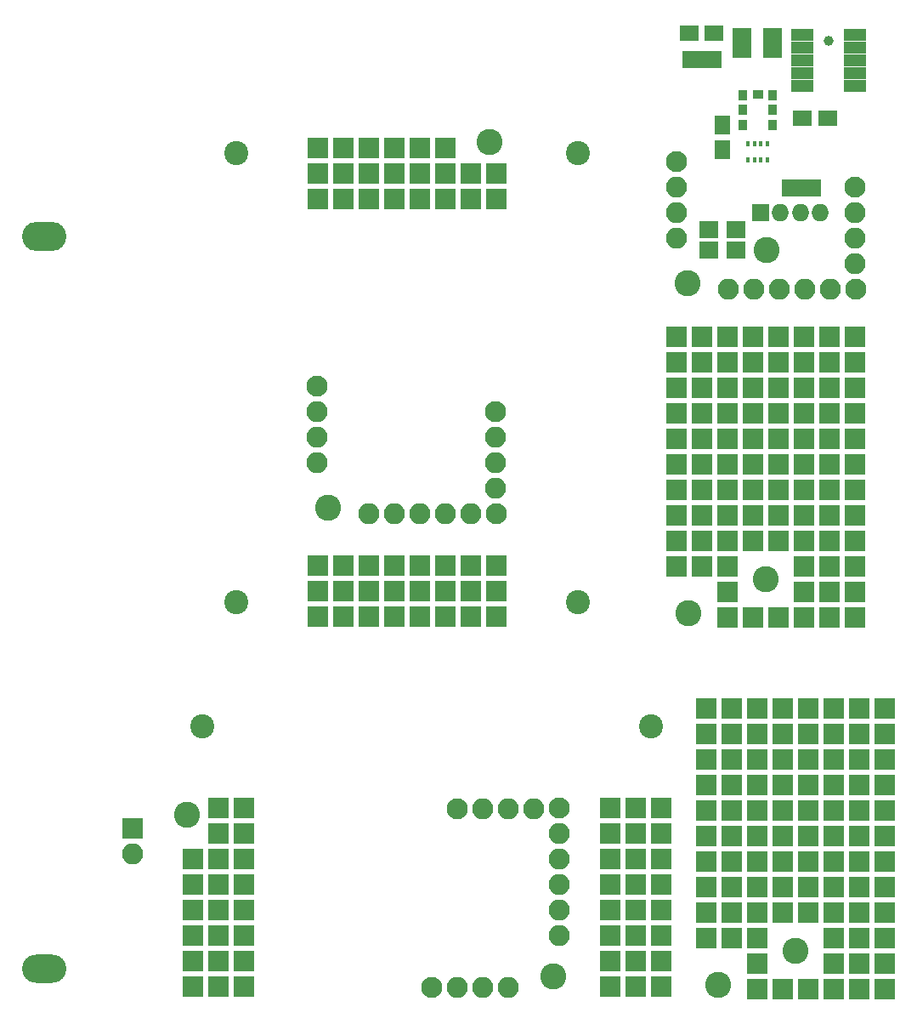
<source format=gts>
%MOIN*%
%OFA0B0*%
%FSLAX46Y46*%
%IPPOS*%
%LPD*%
%ADD10C,0.0039370078740157488*%
%ADD11R,0.082677165354330714X0.082677165354330714*%
%ADD12C,0.10236220472440946*%
%ADD23C,0.0039370078740157488*%
%ADD24R,0.082677165354330714X0.082677165354330714*%
%ADD25C,0.10236220472440946*%
%ADD36C,0.0039370078740157488*%
%ADD37C,0.10236220472440946*%
%ADD38R,0.082677165354330714X0.082677165354330714*%
%ADD39C,0.082677165354330714*%
%ADD40O,0.082677165354330714X0.082677165354330714*%
%ADD41C,0.094488188976377951*%
%ADD52C,0.0039370078740157488*%
%ADD53C,0.10236220472440946*%
%ADD54R,0.082677165354330714X0.082677165354330714*%
%ADD55C,0.082677165354330714*%
%ADD56O,0.082677165354330714X0.082677165354330714*%
%ADD57C,0.094488188976377951*%
%ADD68C,0.0039370078740157488*%
%ADD69O,0.17322834645669294X0.11023622047244094*%
%ADD70O,0.17322834645669294X0.1141732283464567*%
%ADD71R,0.082677165354330714X0.082677165354330714*%
%ADD72O,0.082677165354330714X0.082677165354330714*%
%ADD83C,0.0039370078740157488*%
%ADD84C,0.082677165354330714*%
%ADD85O,0.082677165354330714X0.082677165354330714*%
%ADD86C,0.10236220472440946*%
%ADD87R,0.074803149606299218X0.064960629921259838*%
%ADD88R,0.064960629921259838X0.074803149606299218*%
%ADD89R,0.053937007874015758X0.065748031496063*%
%ADD90R,0.074803149606299218X0.066929133858267723*%
%ADD91C,0.03937007874015748*%
%ADD92R,0.086614173228346469X0.047244094488188976*%
%ADD93R,0.074803149606299218X0.043307086614173235*%
%ADD94R,0.035433070866141732X0.03937007874015748*%
%ADD95R,0.03937007874015748X0.035433070866141732*%
%ADD96R,0.068897637795275593X0.068897637795275593*%
%ADD97O,0.068897637795275593X0.068897637795275593*%
%ADD98R,0.017716535433070866X0.023622047244094488*%
%LPD*%
G01*
D10*
D11*
X-0002283464Y0006968503D02*
X0003566534Y0002618503D03*
X0003466535Y0002618503D03*
X0003566534Y0002518503D03*
X0003466535Y0002518503D03*
D12*
X0002913385Y0001535433D03*
X0003216535Y0001668503D03*
D11*
X0002866535Y0002618503D03*
X0002966535Y0002618503D03*
X0003066535Y0002618503D03*
X0003166534Y0002618503D03*
X0003266535Y0002618503D03*
X0003366535Y0002618503D03*
X0002866535Y0002518503D03*
X0002966535Y0002518503D03*
X0003066535Y0002518503D03*
X0003166534Y0002518503D03*
X0003266535Y0002518503D03*
X0003366535Y0002518503D03*
X0002866535Y0002418503D03*
X0002966535Y0002418503D03*
X0003066535Y0002418503D03*
X0003166534Y0002418503D03*
X0003266535Y0002418503D03*
X0003366535Y0002418503D03*
X0003466535Y0002418503D03*
X0003566534Y0002418503D03*
X0002866535Y0002318503D03*
X0002966535Y0002318503D03*
X0003066535Y0002318503D03*
X0003166534Y0002318503D03*
X0003266535Y0002318503D03*
X0003366535Y0002318503D03*
X0003466535Y0002318503D03*
X0003566534Y0002318503D03*
X0002866535Y0002218503D03*
X0002966535Y0002218503D03*
X0003066535Y0002218503D03*
X0003166534Y0002218503D03*
X0003266535Y0002218503D03*
X0003366535Y0002218503D03*
X0003466535Y0002218503D03*
X0003566534Y0002218503D03*
X0002866535Y0002118503D03*
X0002966535Y0002118503D03*
X0003066535Y0002118503D03*
X0003166534Y0002118503D03*
X0003266535Y0002118503D03*
X0003366535Y0002118503D03*
X0003466535Y0002118503D03*
X0003566534Y0002118503D03*
X0002866535Y0002018503D03*
X0002966535Y0002018503D03*
X0003066535Y0002018503D03*
X0003166534Y0002018503D03*
X0003266535Y0002018503D03*
X0003366535Y0002018503D03*
X0003466535Y0002018503D03*
X0003566534Y0002018503D03*
X0002866535Y0001918502D03*
X0002966535Y0001918502D03*
X0003066535Y0001918502D03*
X0003166534Y0001918502D03*
X0003266535Y0001918502D03*
X0003366535Y0001918502D03*
X0003466535Y0001918502D03*
X0003566534Y0001918502D03*
X0002866535Y0001818503D03*
X0002966535Y0001818503D03*
X0003066535Y0001818503D03*
X0003166534Y0001818503D03*
X0003266535Y0001818503D03*
X0003366535Y0001818503D03*
X0003466535Y0001818503D03*
X0003566534Y0001818503D03*
X0002866535Y0001718503D03*
X0002966535Y0001718503D03*
X0003066535Y0001718503D03*
X0003366535Y0001718503D03*
X0003466535Y0001718503D03*
X0003566534Y0001718503D03*
X0003066535Y0001618503D03*
X0003366535Y0001618503D03*
X0003466535Y0001618503D03*
X0003566534Y0001618503D03*
X0003066535Y0001518503D03*
X0003166534Y0001518503D03*
X0003266535Y0001518503D03*
X0003366535Y0001518503D03*
X0003466535Y0001518503D03*
X0003566534Y0001518503D03*
G01*
D23*
D24*
X-0002165354Y0005511811D02*
X0003684645Y0001161811D03*
X0003584645Y0001161811D03*
X0003684645Y0001061811D03*
X0003584645Y0001061811D03*
D25*
X0003031496Y0000078740D03*
X0003334645Y0000211810D03*
D24*
X0002984645Y0001161811D03*
X0003084645Y0001161811D03*
X0003184645Y0001161811D03*
X0003284645Y0001161811D03*
X0003384645Y0001161811D03*
X0003484645Y0001161811D03*
X0002984645Y0001061811D03*
X0003084645Y0001061811D03*
X0003184645Y0001061811D03*
X0003284645Y0001061811D03*
X0003384645Y0001061811D03*
X0003484645Y0001061811D03*
X0002984645Y0000961810D03*
X0003084645Y0000961810D03*
X0003184645Y0000961810D03*
X0003284645Y0000961810D03*
X0003384645Y0000961810D03*
X0003484645Y0000961810D03*
X0003584645Y0000961810D03*
X0003684645Y0000961810D03*
X0002984645Y0000861810D03*
X0003084645Y0000861810D03*
X0003184645Y0000861810D03*
X0003284645Y0000861810D03*
X0003384645Y0000861810D03*
X0003484645Y0000861810D03*
X0003584645Y0000861810D03*
X0003684645Y0000861810D03*
X0002984645Y0000761810D03*
X0003084645Y0000761810D03*
X0003184645Y0000761810D03*
X0003284645Y0000761810D03*
X0003384645Y0000761810D03*
X0003484645Y0000761810D03*
X0003584645Y0000761810D03*
X0003684645Y0000761810D03*
X0002984645Y0000661811D03*
X0003084645Y0000661811D03*
X0003184645Y0000661811D03*
X0003284645Y0000661811D03*
X0003384645Y0000661811D03*
X0003484645Y0000661811D03*
X0003584645Y0000661811D03*
X0003684645Y0000661811D03*
X0002984645Y0000561810D03*
X0003084645Y0000561810D03*
X0003184645Y0000561810D03*
X0003284645Y0000561810D03*
X0003384645Y0000561810D03*
X0003484645Y0000561810D03*
X0003584645Y0000561810D03*
X0003684645Y0000561810D03*
X0002984645Y0000461809D03*
X0003084645Y0000461809D03*
X0003184645Y0000461809D03*
X0003284645Y0000461809D03*
X0003384645Y0000461809D03*
X0003484645Y0000461809D03*
X0003584645Y0000461809D03*
X0003684645Y0000461809D03*
X0002984645Y0000361810D03*
X0003084645Y0000361810D03*
X0003184645Y0000361810D03*
X0003284645Y0000361810D03*
X0003384645Y0000361810D03*
X0003484645Y0000361810D03*
X0003584645Y0000361810D03*
X0003684645Y0000361810D03*
X0002984645Y0000261811D03*
X0003084645Y0000261811D03*
X0003184645Y0000261811D03*
X0003484645Y0000261811D03*
X0003584645Y0000261811D03*
X0003684645Y0000261811D03*
X0003184645Y0000161811D03*
X0003484645Y0000161811D03*
X0003584645Y0000161811D03*
X0003684645Y0000161811D03*
X0003184645Y0000061810D03*
X0003284645Y0000061810D03*
X0003384645Y0000061810D03*
X0003484645Y0000061810D03*
X0003584645Y0000061810D03*
X0003684645Y0000061810D03*
G04 next file*
%LPD*%
G01*
D36*
D37*
X-0002465984Y-0006660000D02*
X0000949015Y0000744999D03*
D38*
X0001171515Y0000069999D03*
X0001171515Y0000169999D03*
X0001171515Y0000269999D03*
X0001171515Y0000369999D03*
X0001171515Y0000469999D03*
X0001171515Y0000569999D03*
X0001171515Y0000669999D03*
X0001171515Y0000769999D03*
X0001071515Y0000069999D03*
X0001071515Y0000169999D03*
X0001071515Y0000269999D03*
X0001071515Y0000369999D03*
X0001071515Y0000469999D03*
X0001071515Y0000569999D03*
X0001071515Y0000669999D03*
X0001071515Y0000769999D03*
X0000971515Y0000069999D03*
X0000971515Y0000169999D03*
X0000971515Y0000269999D03*
X0000971515Y0000369999D03*
X0000971515Y0000469999D03*
X0000971515Y0000569999D03*
X0002609015Y0000069999D03*
X0002609015Y0000169999D03*
X0002609015Y0000269999D03*
X0002609015Y0000369999D03*
X0002609015Y0000469999D03*
X0002609015Y0000569999D03*
X0002609015Y0000669999D03*
X0002609015Y0000769999D03*
X0002709014Y0000069999D03*
X0002709014Y0000169999D03*
X0002709014Y0000269999D03*
X0002709014Y0000369999D03*
X0002709014Y0000469999D03*
X0002709014Y0000569999D03*
X0002709014Y0000669999D03*
X0002709014Y0000769999D03*
X0002809015Y0000069999D03*
X0002809015Y0000169999D03*
X0002809015Y0000269999D03*
X0002809015Y0000369999D03*
X0002809015Y0000469999D03*
X0002809015Y0000569999D03*
X0002809015Y0000669999D03*
X0002809015Y0000769999D03*
D39*
X0001906515Y0000067499D03*
D40*
X0002006514Y0000067499D03*
X0002106515Y0000067499D03*
X0002206515Y0000067499D03*
D39*
X0002006514Y0000767499D03*
D40*
X0002106515Y0000767499D03*
X0002206515Y0000767499D03*
X0002306515Y0000767499D03*
D39*
X0002406515Y0000769999D03*
D40*
X0002406515Y0000669999D03*
X0002406515Y0000569999D03*
X0002406515Y0000469999D03*
X0002406515Y0000369999D03*
X0002406515Y0000269999D03*
D37*
X0002384015Y0000109999D03*
D41*
X0001009093Y0001092499D03*
X0002768936Y0001092499D03*
G01*
D52*
D53*
X-0005269920Y0006796692D02*
X0002135079Y0003381692D03*
D54*
X0001460079Y0003159192D03*
X0001560079Y0003159192D03*
X0001660079Y0003159192D03*
X0001760079Y0003159192D03*
X0001860079Y0003159192D03*
X0001960079Y0003159192D03*
X0002060079Y0003159192D03*
X0002160079Y0003159192D03*
X0001460079Y0003259192D03*
X0001560079Y0003259192D03*
X0001660079Y0003259192D03*
X0001760079Y0003259192D03*
X0001860079Y0003259192D03*
X0001960079Y0003259192D03*
X0002060079Y0003259192D03*
X0002160079Y0003259192D03*
X0001460079Y0003359192D03*
X0001560079Y0003359192D03*
X0001660079Y0003359192D03*
X0001760079Y0003359192D03*
X0001860079Y0003359192D03*
X0001960079Y0003359192D03*
X0001460079Y0001721692D03*
X0001560079Y0001721692D03*
X0001660079Y0001721692D03*
X0001760079Y0001721692D03*
X0001860079Y0001721692D03*
X0001960079Y0001721692D03*
X0002060079Y0001721692D03*
X0002160079Y0001721692D03*
X0001460079Y0001621692D03*
X0001560079Y0001621692D03*
X0001660079Y0001621692D03*
X0001760079Y0001621692D03*
X0001860079Y0001621692D03*
X0001960079Y0001621692D03*
X0002060079Y0001621692D03*
X0002160079Y0001621692D03*
X0001460079Y0001521692D03*
X0001560079Y0001521692D03*
X0001660079Y0001521692D03*
X0001760079Y0001521692D03*
X0001860079Y0001521692D03*
X0001960079Y0001521692D03*
X0002060079Y0001521692D03*
X0002160079Y0001521692D03*
D55*
X0001457579Y0002424192D03*
D56*
X0001457579Y0002324192D03*
X0001457579Y0002224192D03*
X0001457579Y0002124192D03*
D55*
X0002157579Y0002324192D03*
D56*
X0002157579Y0002224192D03*
X0002157579Y0002124192D03*
X0002157579Y0002024192D03*
D55*
X0002160079Y0001924192D03*
D56*
X0002060079Y0001924192D03*
X0001960079Y0001924192D03*
X0001860079Y0001924192D03*
X0001760079Y0001924192D03*
X0001660079Y0001924192D03*
D53*
X0001500079Y0001946692D03*
D57*
X0002480079Y0003336614D03*
X0002480079Y0001576771D03*
X0001140079Y0001576771D03*
X0001140079Y0003336614D03*
G04 next file*
G01*
D68*
D69*
X-0006692913Y0004921259D02*
X0000387086Y0000141220D03*
D70*
X0000387086Y0003011299D03*
D71*
X0000734586Y0000691259D03*
D72*
X0000734586Y0000591259D03*
G04 next file*
G04 #@! TF.FileFunction,Soldermask,Top*
G04 Gerber Fmt 4.6, Leading zero omitted, Abs format (unit mm)*
G04 Created by KiCad (PCBNEW 4.0.2-stable) date 05.07.2017 20:47:00*
G01*
G04 APERTURE LIST*
G04 APERTURE END LIST*
D83*
D84*
X-0003858267Y0007677164D02*
X0002869232Y0003304665D03*
D85*
X0002869232Y0003204665D03*
X0002869232Y0003104665D03*
X0002869232Y0003004665D03*
D84*
X0003569232Y0003204665D03*
D85*
X0003569232Y0003104665D03*
X0003569232Y0003004665D03*
X0003569232Y0002904665D03*
D84*
X0003571732Y0002804665D03*
D85*
X0003471732Y0002804665D03*
X0003371732Y0002804665D03*
X0003271731Y0002804665D03*
X0003171732Y0002804665D03*
X0003071732Y0002804665D03*
D86*
X0002911732Y0002827165D03*
D87*
X0003015944Y0003809665D03*
X0002917519Y0003809665D03*
D88*
X0003046732Y0003448876D03*
X0003046732Y0003350452D03*
D89*
X0003306732Y0003202165D03*
X0003356732Y0003202165D03*
X0003406732Y0003202165D03*
X0003019232Y0003704665D03*
X0002969232Y0003704665D03*
X0002919232Y0003704665D03*
D90*
X0002993582Y0003039665D03*
X0003099880Y0003039665D03*
X0002993582Y0002957165D03*
X0003099880Y0002957165D03*
D91*
X0003464566Y0003779527D03*
D92*
X0003360629Y0003700787D03*
X0003360629Y0003750787D03*
X0003360629Y0003800787D03*
X0003360629Y0003650787D03*
X0003360629Y0003600787D03*
X0003568503Y0003700787D03*
X0003568503Y0003750787D03*
X0003568503Y0003800787D03*
X0003568503Y0003650787D03*
X0003568503Y0003600787D03*
D93*
X0003125176Y0003732262D03*
X0003125176Y0003769665D03*
X0003125176Y0003807066D03*
X0003243287Y0003807066D03*
X0003243287Y0003769665D03*
X0003243287Y0003732262D03*
D86*
X0003221732Y0002957165D03*
D94*
X0003129645Y0003566220D03*
X0003129645Y0003507165D03*
X0003129645Y0003448110D03*
X0003243818Y0003448110D03*
X0003243818Y0003507165D03*
X0003243818Y0003566220D03*
D95*
X0003186732Y0003568188D03*
D96*
X0003196732Y0003104665D03*
D97*
X0003275472Y0003104665D03*
X0003354212Y0003104665D03*
X0003432952Y0003104665D03*
D87*
X0003362519Y0003474665D03*
X0003460944Y0003474665D03*
D98*
X0003148346Y0003376161D03*
X0003173937Y0003376161D03*
X0003199527Y0003376161D03*
X0003225118Y0003376161D03*
X0003148346Y0003313168D03*
X0003173937Y0003313168D03*
X0003199527Y0003313168D03*
X0003225118Y0003313168D03*
M02*
</source>
